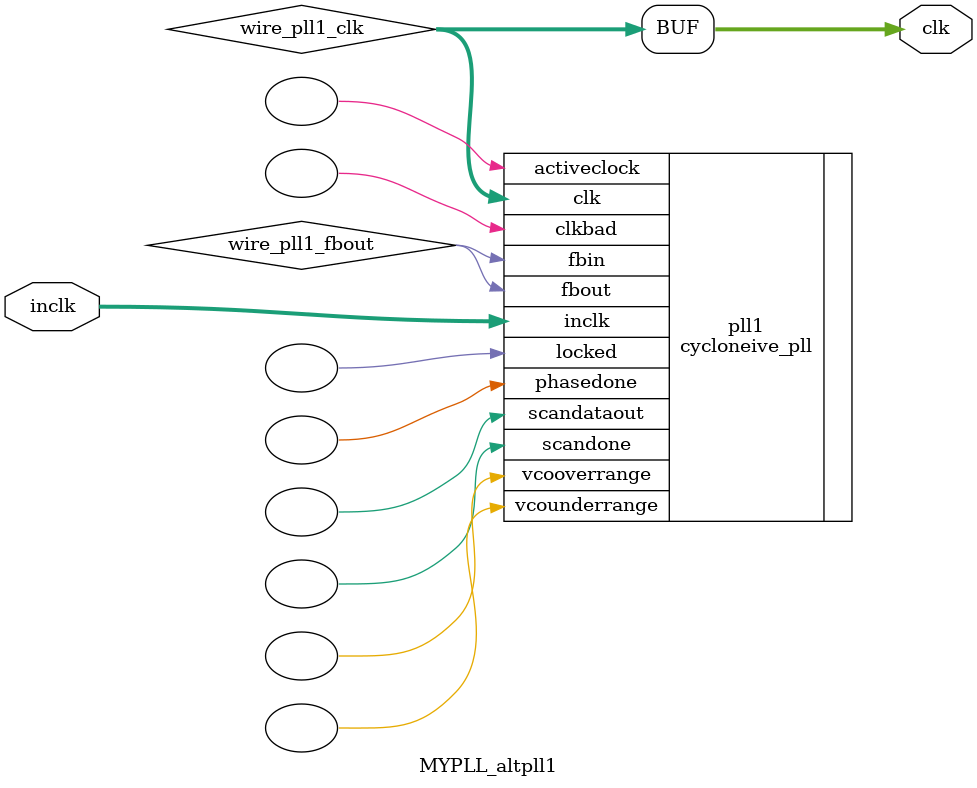
<source format=v>






//synthesis_resources = cycloneive_pll 1 
//synopsys translate_off
`timescale 1 ps / 1 ps
//synopsys translate_on
module  MYPLL_altpll1
	( 
	clk,
	inclk) /* synthesis synthesis_clearbox=1 */;
	output   [4:0]  clk;
	input   [1:0]  inclk;
`ifndef ALTERA_RESERVED_QIS
// synopsys translate_off
`endif
	tri0   [1:0]  inclk;
`ifndef ALTERA_RESERVED_QIS
// synopsys translate_on
`endif

	wire  [4:0]   wire_pll1_clk;
	wire  wire_pll1_fbout;

	cycloneive_pll   pll1
	( 
	.activeclock(),
	.clk(wire_pll1_clk),
	.clkbad(),
	.fbin(wire_pll1_fbout),
	.fbout(wire_pll1_fbout),
	.inclk(inclk),
	.locked(),
	.phasedone(),
	.scandataout(),
	.scandone(),
	.vcooverrange(),
	.vcounderrange()
	`ifndef FORMAL_VERIFICATION
	// synopsys translate_off
	`endif
	,
	.areset(1'b0),
	.clkswitch(1'b0),
	.configupdate(1'b0),
	.pfdena(1'b1),
	.phasecounterselect({3{1'b0}}),
	.phasestep(1'b0),
	.phaseupdown(1'b0),
	.scanclk(1'b0),
	.scanclkena(1'b1),
	.scandata(1'b0)
	`ifndef FORMAL_VERIFICATION
	// synopsys translate_on
	`endif
	);
	defparam
		pll1.bandwidth_type = "auto",
		pll1.clk0_divide_by = 1,
		pll1.clk0_duty_cycle = 50,
		pll1.clk0_multiply_by = 3,
		pll1.clk0_phase_shift = "0",
		pll1.compensate_clock = "clk0",
		pll1.inclk0_input_frequency = 20000,
		pll1.operation_mode = "normal",
		pll1.pll_type = "auto",
		pll1.lpm_type = "cycloneive_pll";
	assign
		clk = {wire_pll1_clk[4:0]};
endmodule //MYPLL_altpll1
//VALID FILE

</source>
